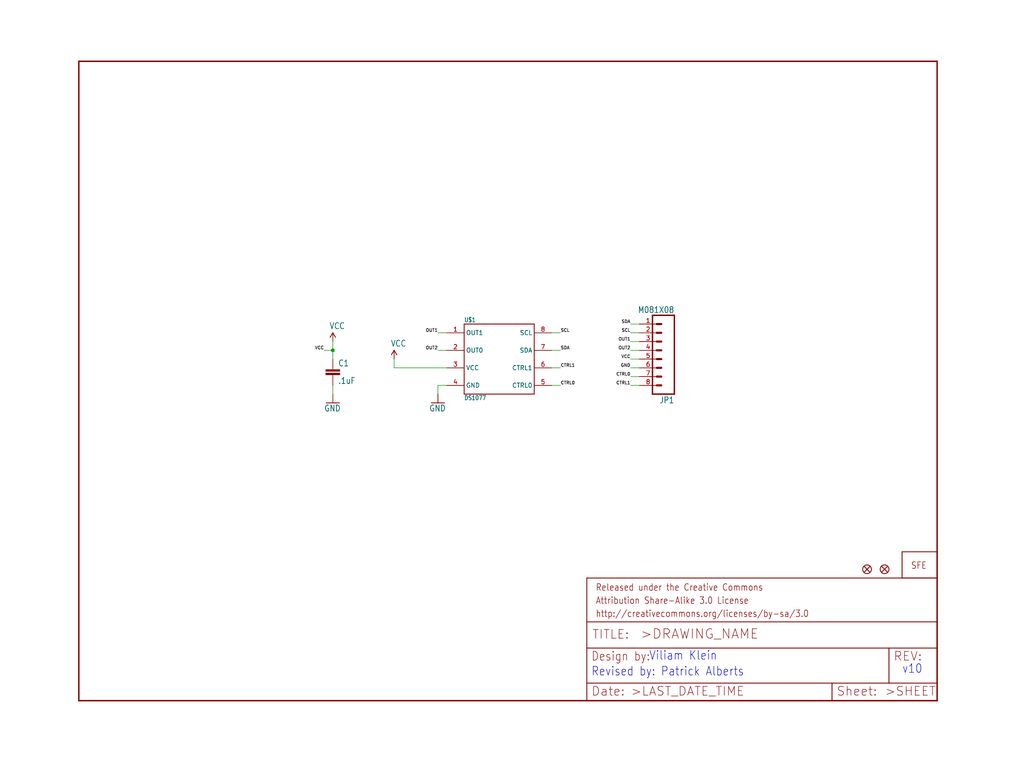
<source format=kicad_sch>
(kicad_sch (version 20211123) (generator eeschema)
  (paper "User" 297.002 223.926)
  (lib_symbols
    (symbol "eagleSchem-eagle-import:CAP0603"
      (property "Reference" "C" (at 1.524 2.921 0))
      (property "Value" "CAP0603" (at 1.524 -2.159 0))
      (symbol "CAP0603_1_0"
        (rectangle (start -2.032 0.508) (end 2.032 1.016) (fill (type outline)))
        (rectangle (start -2.032 1.524) (end 2.032 2.032) (fill (type outline)))
        (polyline (pts (xy 0 0) (xy 0 0.508)) (stroke (width 0.1524)))
        (polyline (pts (xy 0 2.54) (xy 0 2.032)) (stroke (width 0.1524)))
        (pin passive line (at 0 5.08 270) (length 2.54) (name "1") (number "1"))
        (pin passive line (at 0 -2.54 90) (length 2.54) (name "2") (number "2"))
      )
    )
    (symbol "eagleSchem-eagle-import:DS1077"
      (property "Value" "DS1077" (at -10.16 -11.938 0))
      (symbol "DS1077_1_0"
        (polyline (pts (xy -10.16 -10.16) (xy 10.16 -10.16)) (stroke (width 0.254)))
        (polyline (pts (xy -10.16 10.16) (xy -10.16 -10.16)) (stroke (width 0.254)))
        (polyline (pts (xy 10.16 -10.16) (xy 10.16 10.16)) (stroke (width 0.254)))
        (polyline (pts (xy 10.16 10.16) (xy -10.16 10.16)) (stroke (width 0.254)))
        (pin bidirectional line (at -15.24 7.62 0) (length 5.08) (name "OUT1") (number "1"))
        (pin bidirectional line (at -15.24 2.54 0) (length 5.08) (name "OUT0") (number "2"))
        (pin bidirectional line (at -15.24 -2.54 0) (length 5.08) (name "VCC") (number "3"))
        (pin bidirectional line (at -15.24 -7.62 0) (length 5.08) (name "GND") (number "4"))
        (pin bidirectional line (at 15.24 -7.62 180) (length 5.08) (name "CTRL0") (number "5"))
        (pin bidirectional line (at 15.24 -2.54 180) (length 5.08) (name "CTRL1") (number "6"))
        (pin bidirectional line (at 15.24 2.54 180) (length 5.08) (name "SDA") (number "7"))
        (pin bidirectional line (at 15.24 7.62 180) (length 5.08) (name "SCL") (number "8"))
      )
    )
    (symbol "eagleSchem-eagle-import:FIDUCIAL1X2"
      (symbol "FIDUCIAL1X2_1_0"
        (polyline (pts (xy -0.762 0.762) (xy 0.762 -0.762)) (stroke (width 0.254)))
        (polyline (pts (xy 0.762 0.762) (xy -0.762 -0.762)) (stroke (width 0.254)))
        (circle (center 0 0) (radius 1.27) (stroke (width 0.254)))
      )
    )
    (symbol "eagleSchem-eagle-import:FRAME-LETTER"
      (symbol "FRAME-LETTER_1_0"
        (polyline (pts (xy 0 0) (xy 248.92 0)) (stroke (width 0.4064)))
        (polyline (pts (xy 0 185.42) (xy 0 0)) (stroke (width 0.4064)))
        (polyline (pts (xy 0 185.42) (xy 248.92 185.42)) (stroke (width 0.4064)))
        (polyline (pts (xy 248.92 185.42) (xy 248.92 0)) (stroke (width 0.4064)))
      )
      (symbol "FRAME-LETTER_2_0"
        (polyline (pts (xy 0 0) (xy 0 5.08)) (stroke (width 0.254)))
        (polyline (pts (xy 0 0) (xy 71.12 0)) (stroke (width 0.254)))
        (polyline (pts (xy 0 5.08) (xy 0 15.24)) (stroke (width 0.254)))
        (polyline (pts (xy 0 5.08) (xy 71.12 5.08)) (stroke (width 0.254)))
        (polyline (pts (xy 0 15.24) (xy 0 22.86)) (stroke (width 0.254)))
        (polyline (pts (xy 0 22.86) (xy 0 35.56)) (stroke (width 0.254)))
        (polyline (pts (xy 0 22.86) (xy 101.6 22.86)) (stroke (width 0.254)))
        (polyline (pts (xy 71.12 0) (xy 101.6 0)) (stroke (width 0.254)))
        (polyline (pts (xy 71.12 5.08) (xy 71.12 0)) (stroke (width 0.254)))
        (polyline (pts (xy 71.12 5.08) (xy 87.63 5.08)) (stroke (width 0.254)))
        (polyline (pts (xy 87.63 5.08) (xy 101.6 5.08)) (stroke (width 0.254)))
        (polyline (pts (xy 87.63 15.24) (xy 0 15.24)) (stroke (width 0.254)))
        (polyline (pts (xy 87.63 15.24) (xy 87.63 5.08)) (stroke (width 0.254)))
        (polyline (pts (xy 101.6 5.08) (xy 101.6 0)) (stroke (width 0.254)))
        (polyline (pts (xy 101.6 15.24) (xy 87.63 15.24)) (stroke (width 0.254)))
        (polyline (pts (xy 101.6 15.24) (xy 101.6 5.08)) (stroke (width 0.254)))
        (polyline (pts (xy 101.6 22.86) (xy 101.6 15.24)) (stroke (width 0.254)))
        (polyline (pts (xy 101.6 35.56) (xy 0 35.56)) (stroke (width 0.254)))
        (polyline (pts (xy 101.6 35.56) (xy 101.6 22.86)) (stroke (width 0.254)))
        (text ">DRAWING_NAME" (at 15.494 17.78 0) (effects (font (size 2.7432 2.7432)) (justify left bottom)))
        (text ">LAST_DATE_TIME" (at 12.7 1.27 0) (effects (font (size 2.54 2.54)) (justify left bottom)))
        (text ">SHEET" (at 86.36 1.27 0) (effects (font (size 2.54 2.54)) (justify left bottom)))
        (text "Attribution Share-Alike 3.0 License" (at 2.54 27.94 0) (effects (font (size 1.9304 1.6408)) (justify left bottom)))
        (text "Date:" (at 1.27 1.27 0) (effects (font (size 2.54 2.54)) (justify left bottom)))
        (text "Design by:" (at 1.27 11.43 0) (effects (font (size 2.54 2.159)) (justify left bottom)))
        (text "http://creativecommons.org/licenses/by-sa/3.0" (at 2.54 24.13 0) (effects (font (size 1.9304 1.6408)) (justify left bottom)))
        (text "Released under the Creative Commons" (at 2.54 31.75 0) (effects (font (size 1.9304 1.6408)) (justify left bottom)))
        (text "REV:" (at 88.9 11.43 0) (effects (font (size 2.54 2.54)) (justify left bottom)))
        (text "Sheet:" (at 72.39 1.27 0) (effects (font (size 2.54 2.54)) (justify left bottom)))
        (text "TITLE:" (at 1.524 17.78 0) (effects (font (size 2.54 2.54)) (justify left bottom)))
      )
    )
    (symbol "eagleSchem-eagle-import:GND" (power)
      (property "Value" "GND" (at -2.54 -2.54 0))
      (symbol "GND_1_0"
        (polyline (pts (xy -1.905 0) (xy 1.905 0)) (stroke (width 0.254)))
        (pin power_in line (at 0 2.54 270) (length 2.54) (name "GND") (number "1"))
      )
    )
    (symbol "eagleSchem-eagle-import:LOGO-SFESK"
      (symbol "LOGO-SFESK_1_0"
        (polyline (pts (xy -2.54 -2.54) (xy 7.62 -2.54)) (stroke (width 0.254)))
        (polyline (pts (xy -2.54 5.08) (xy -2.54 -2.54)) (stroke (width 0.254)))
        (polyline (pts (xy 7.62 -2.54) (xy 7.62 5.08)) (stroke (width 0.254)))
        (polyline (pts (xy 7.62 5.08) (xy -2.54 5.08)) (stroke (width 0.254)))
        (text "SFE" (at 0 0 0) (effects (font (size 1.9304 1.6408)) (justify left bottom)))
      )
    )
    (symbol "eagleSchem-eagle-import:M081X08"
      (property "Reference" "JP" (at -5.08 13.462 0))
      (property "Value" "M081X08" (at -5.08 -12.7 0))
      (symbol "M081X08_1_0"
        (polyline (pts (xy -5.08 12.7) (xy -5.08 -10.16)) (stroke (width 0.4064)))
        (polyline (pts (xy -5.08 12.7) (xy 1.27 12.7)) (stroke (width 0.4064)))
        (polyline (pts (xy -1.27 -7.62) (xy 0 -7.62)) (stroke (width 0.6096)))
        (polyline (pts (xy -1.27 -5.08) (xy 0 -5.08)) (stroke (width 0.6096)))
        (polyline (pts (xy -1.27 -2.54) (xy 0 -2.54)) (stroke (width 0.6096)))
        (polyline (pts (xy -1.27 0) (xy 0 0)) (stroke (width 0.6096)))
        (polyline (pts (xy -1.27 2.54) (xy 0 2.54)) (stroke (width 0.6096)))
        (polyline (pts (xy -1.27 5.08) (xy 0 5.08)) (stroke (width 0.6096)))
        (polyline (pts (xy -1.27 7.62) (xy 0 7.62)) (stroke (width 0.6096)))
        (polyline (pts (xy -1.27 10.16) (xy 0 10.16)) (stroke (width 0.6096)))
        (polyline (pts (xy 1.27 -10.16) (xy -5.08 -10.16)) (stroke (width 0.4064)))
        (polyline (pts (xy 1.27 -10.16) (xy 1.27 12.7)) (stroke (width 0.4064)))
        (pin passive line (at 5.08 -7.62 180) (length 5.08) (name "1") (number "1"))
        (pin passive line (at 5.08 -5.08 180) (length 5.08) (name "2") (number "2"))
        (pin passive line (at 5.08 -2.54 180) (length 5.08) (name "3") (number "3"))
        (pin passive line (at 5.08 0 180) (length 5.08) (name "4") (number "4"))
        (pin passive line (at 5.08 2.54 180) (length 5.08) (name "5") (number "5"))
        (pin passive line (at 5.08 5.08 180) (length 5.08) (name "6") (number "6"))
        (pin passive line (at 5.08 7.62 180) (length 5.08) (name "7") (number "7"))
        (pin passive line (at 5.08 10.16 180) (length 5.08) (name "8") (number "8"))
      )
    )
    (symbol "eagleSchem-eagle-import:VCC" (power)
      (property "Value" "VCC" (at -1.016 3.556 0))
      (symbol "VCC_1_0"
        (polyline (pts (xy 0 2.54) (xy -0.762 1.27)) (stroke (width 0.254)))
        (polyline (pts (xy 0.762 1.27) (xy 0 2.54)) (stroke (width 0.254)))
        (pin power_in line (at 0 0 90) (length 2.54) (name "VCC") (number "1"))
      )
    )
  )
  (junction (at 96.52 101.6))
  (wire (pts (xy 160.02 106.68) (xy 162.56 106.68)))
  (wire (pts (xy 129.54 96.52) (xy 127 96.52)))
  (wire (pts (xy 185.42 99.06) (xy 182.88 99.06)))
  (wire (pts (xy 114.3 106.68) (xy 114.3 104.14)))
  (wire (pts (xy 185.42 93.98) (xy 182.88 93.98)))
  (wire (pts (xy 185.42 106.68) (xy 182.88 106.68)))
  (wire (pts (xy 185.42 111.76) (xy 182.88 111.76)))
  (wire (pts (xy 129.54 111.76) (xy 127 111.76)))
  (wire (pts (xy 185.42 101.6) (xy 182.88 101.6)))
  (wire (pts (xy 93.98 101.6) (xy 96.52 101.6)))
  (wire (pts (xy 96.52 101.6) (xy 96.52 104.14)))
  (wire (pts (xy 160.02 101.6) (xy 162.56 101.6)))
  (wire (pts (xy 127 111.76) (xy 127 114.3)))
  (wire (pts (xy 96.52 101.6) (xy 96.52 99.06)))
  (wire (pts (xy 129.54 106.68) (xy 114.3 106.68)))
  (wire (pts (xy 96.52 114.3) (xy 96.52 111.76)))
  (wire (pts (xy 185.42 104.14) (xy 182.88 104.14)))
  (wire (pts (xy 129.54 101.6) (xy 127 101.6)))
  (wire (pts (xy 160.02 96.52) (xy 162.56 96.52)))
  (wire (pts (xy 160.02 111.76) (xy 162.56 111.76)))
  (wire (pts (xy 185.42 109.22) (xy 182.88 109.22)))
  (wire (pts (xy 185.42 96.52) (xy 182.88 96.52)))
  (text "v10" (at 261.62 195.58 180) (effects (font (size 2.54 2.159)) (justify left bottom)))
  (text "Viliam Klein" (at 188.214 191.77 180) (effects (font (size 2.54 2.159)) (justify left bottom)))
  (text "Revised by: Patrick Alberts" (at 171.45 196.342 180) (effects (font (size 2.54 2.159)) (justify left bottom)))
  (label "VCC" (at 182.88 104.14 180) (effects (font (size 0.889 0.889))))
  (label "SDA" (at 162.56 101.6 0) (effects (font (size 0.889 0.889))))
  (label "OUT2" (at 127 101.6 180) (effects (font (size 0.889 0.889))))
  (label "VCC" (at 93.98 101.6 180) (effects (font (size 0.889 0.889))))
  (label "SCL" (at 182.88 96.52 180) (effects (font (size 0.889 0.889))))
  (label "CTRL0" (at 162.56 111.76 0) (effects (font (size 0.889 0.889))))
  (label "GND" (at 182.88 106.68 180) (effects (font (size 0.889 0.889))))
  (label "OUT1" (at 127 96.52 180) (effects (font (size 0.889 0.889))))
  (label "CTRL1" (at 182.88 111.76 180) (effects (font (size 0.889 0.889))))
  (label "OUT2" (at 182.88 101.6 180) (effects (font (size 0.889 0.889))))
  (label "CTRL0" (at 182.88 109.22 180) (effects (font (size 0.889 0.889))))
  (label "CTRL1" (at 162.56 106.68 0) (effects (font (size 0.889 0.889))))
  (label "SDA" (at 182.88 93.98 180) (effects (font (size 0.889 0.889))))
  (label "OUT1" (at 182.88 99.06 180) (effects (font (size 0.889 0.889))))
  (label "SCL" (at 162.56 96.52 0) (effects (font (size 0.889 0.889))))
  (symbol (lib_id "eagleSchem-eagle-import:FRAME-LETTER") (at 22.86 203.2 0) (unit 1)
    (property "Reference" "FRAME1" (effects hide))
    (property "Value" "FRAME-LETTER" (effects hide))
    (property "Footprint" "eagleSchem:CREATIVE_COMMONS" (effects hide))
  )
  (symbol (lib_id "eagleSchem-eagle-import:LOGO-SFESK") (at 264.16 165.1 0) (unit 1)
    (property "Reference" "U$2" (effects hide))
    (property "Value" "LOGO-SFESK" (effects hide))
    (property "Footprint" "eagleSchem:SFE-LOGO-FLAME" (effects hide))
  )
  (symbol (lib_id "eagleSchem-eagle-import:DS1077") (at 144.78 104.14 0) (unit 1)
    (property "Reference" "U$1" (at 134.62 93.472 0) (effects (font (size 1.27 1.0795)) (justify left bottom)))
    (property "Value" "DS1077" (at 134.62 116.078 0) (effects (font (size 1.27 1.0795)) (justify left bottom)))
    (property "Footprint" "eagleSchem:SO08" (effects hide))
  )
  (symbol (lib_id "eagleSchem-eagle-import:CAP0603") (at 96.52 109.22 0) (unit 1)
    (property "Reference" "C1" (at 98.044 106.299 0) (effects (font (size 1.778 1.5113)) (justify left bottom)))
    (property "Value" ".1uF" (at 98.044 111.379 0) (effects (font (size 1.778 1.5113)) (justify left bottom)))
    (property "Footprint" "eagleSchem:0603" (effects hide))
  )
  (symbol (lib_id "eagleSchem-eagle-import:GND") (at 96.52 116.84 0) (unit 1)
    (property "Reference" "#GND2" (effects hide))
    (property "Value" "GND" (at 93.98 119.38 0) (effects (font (size 1.778 1.5113)) (justify left bottom)))
    (property "Footprint" "eagleSchem:" (effects hide))
  )
  (symbol (lib_id "eagleSchem-eagle-import:VCC") (at 114.3 104.14 0) (unit 1)
    (property "Reference" "#P+1" (effects hide))
    (property "Value" "VCC" (at 113.284 100.584 0) (effects (font (size 1.778 1.5113)) (justify left bottom)))
    (property "Footprint" "eagleSchem:" (effects hide))
  )
  (symbol (lib_id "eagleSchem-eagle-import:FIDUCIAL1X2") (at 256.54 165.1 0) (unit 1)
    (property "Reference" "U$4" (effects hide))
    (property "Value" "FIDUCIAL1X2" (effects hide))
    (property "Footprint" "eagleSchem:FIDUCIAL-1X2" (effects hide))
  )
  (symbol (lib_id "eagleSchem-eagle-import:FIDUCIAL1X2") (at 251.46 165.1 0) (unit 1)
    (property "Reference" "U$3" (effects hide))
    (property "Value" "FIDUCIAL1X2" (effects hide))
    (property "Footprint" "eagleSchem:FIDUCIAL-1X2" (effects hide))
  )
  (symbol (lib_id "eagleSchem-eagle-import:GND") (at 127 116.84 0) (unit 1)
    (property "Reference" "#GND1" (effects hide))
    (property "Value" "GND" (at 124.46 119.38 0) (effects (font (size 1.778 1.5113)) (justify left bottom)))
    (property "Footprint" "eagleSchem:" (effects hide))
  )
  (symbol (lib_id "eagleSchem-eagle-import:FRAME-LETTER") (at 170.18 203.2 0) (unit 2)
    (property "Reference" "FRAME1" (effects hide))
    (property "Value" "FRAME-LETTER" (effects hide))
    (property "Footprint" "eagleSchem:CREATIVE_COMMONS" (effects hide))
  )
  (symbol (lib_id "eagleSchem-eagle-import:M081X08") (at 190.5 101.6 180) (unit 1)
    (property "Reference" "JP1" (at 195.58 115.062 0) (effects (font (size 1.778 1.5113)) (justify left bottom)))
    (property "Value" "M081X08" (at 195.58 88.9 0) (effects (font (size 1.778 1.5113)) (justify left bottom)))
    (property "Footprint" "eagleSchem:1X08" (effects hide))
  )
  (symbol (lib_id "eagleSchem-eagle-import:VCC") (at 96.52 99.06 0) (unit 1)
    (property "Reference" "#P+2" (effects hide))
    (property "Value" "VCC" (at 95.504 95.504 0) (effects (font (size 1.778 1.5113)) (justify left bottom)))
    (property "Footprint" "eagleSchem:" (effects hide))
  )
)
</source>
